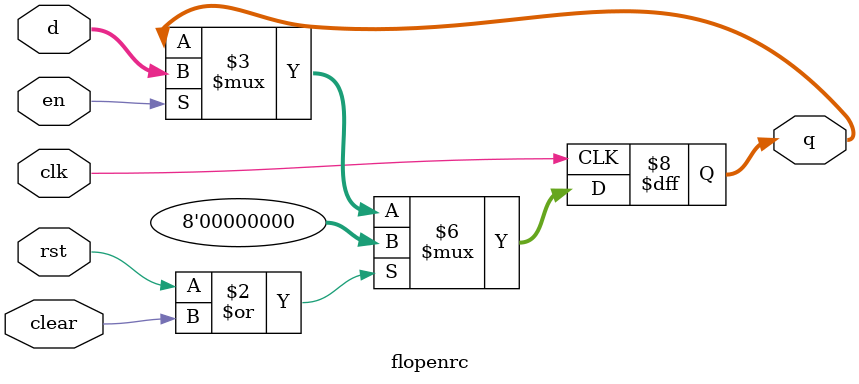
<source format=v>
`timescale 1ns / 1ps

//flip-flop with enable,rst,clear
module flopenrc #(
    parameter WIDTH = 8
) (
    input wire clk,
    rst,
    en,
    clear,
    input wire [WIDTH-1:0] d,
    output reg [WIDTH-1:0] q
);
  always @(posedge clk) begin
    if (rst | clear) begin
      q <= 0;
    end else if (en) begin
      /* code */
      q <= d;
    end
  end
endmodule

</source>
